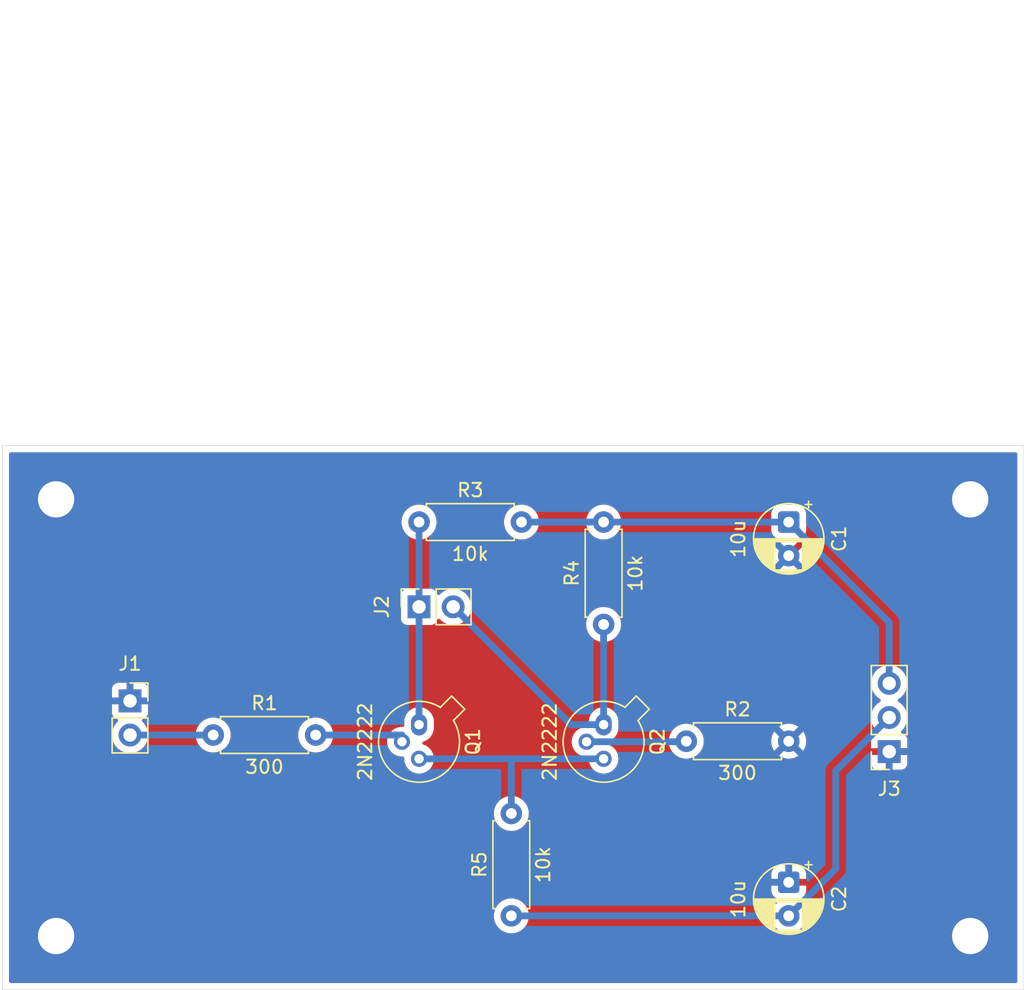
<source format=kicad_pcb>
(kicad_pcb (version 20241229) (generator "pcbnew") (generator_version "9.0")
  (layers (0 "F.Cu" signal) (2 "B.Cu" signal) (13 "F.Paste" user) (15 "B.Paste" user) (5 "F.SilkS" user "F.Silkscreen") (7 "B.SilkS" user "B.Silkscreen") (1 "F.Mask" user) (3 "B.Mask" user) (25 "Edge.Cuts" user))
  (net 0 "")
  (net 1 "0")
  (net 2 "/V+")
  (net 3 "/V-")
  (net 4 "Net-(J1-Pin_2)")
  (net 5 "Net-(J2-Pin_1)")
  (net 6 "Net-(J2-Pin_2)")
  (net 7 "Net-(Q1-E)")
  (net 8 "Net-(Q1-B)")
  (net 9 "Net-(Q2-B)")
  (footprint "Connector_PinSocket_2.54mm:PinSocket_1x02_P2.54mm_Vertical" (layer "F.Cu") (at 83 116.5 90)
    (property "Reference" "J2" (at 0 -2.77 90) (layer "F.SilkS"))
    (property "Value" "Conn_01x02")
    (fp_line (start 1.33 -1.33) (end 1.33 0) (stroke (width 0.12)) (layer "F.SilkS"))
    (fp_line (start 0 -1.33) (end 1.33 -1.33) (stroke (width 0.12)) (layer "F.SilkS"))
    (fp_line (start 1.33 1.27) (end 1.33 3.87) (stroke (width 0.12)) (layer "F.SilkS"))
    (fp_line (start -1.33 1.27) (end 1.33 1.27) (stroke (width 0.12)) (layer "F.SilkS"))
    (fp_line (start -1.33 1.27) (end -1.33 3.87) (stroke (width 0.12)) (layer "F.SilkS"))
    (fp_line (start -1.33 3.87) (end 1.33 3.87) (stroke (width 0.12)) (layer "F.SilkS"))
    (pad "1" thru_hole rect (at 0 0 90) (size 1.7 1.7) (drill 1) (layers "*.Cu" "*.Mask") (net 5 "Net-(J2-Pin_1)"))
    (pad "2" thru_hole circle (at 0 2.54 90) (size 1.7 1.7) (drill 1) (layers "*.Cu" "*.Mask") (net 6 "Net-(J2-Pin_2)"))
  )
  (footprint "Capacitor_THT:CP_Radial_D5.0mm_P2.50mm" (layer "F.Cu") (at 110.5 137 -90)
    (property "Reference" "C2" (at 1.25 -3.75 90) (layer "F.SilkS"))
    (property "Value" "10u" (at 1.25 3.75 90) (layer "F.SilkS"))
    (fp_line (start 1.49 1.04) (end 1.49 2.569) (stroke (width 0.12)) (layer "F.SilkS"))
    (fp_line (start 1.53 1.04) (end 1.53 2.565) (stroke (width 0.12)) (layer "F.SilkS"))
    (fp_line (start 1.57 1.04) (end 1.57 2.56) (stroke (width 0.12)) (layer "F.SilkS"))
    (fp_line (start 1.61 1.04) (end 1.61 2.555) (stroke (width 0.12)) (layer "F.SilkS"))
    (fp_line (start 1.65 1.04) (end 1.65 2.549) (stroke (width 0.12)) (layer "F.SilkS"))
    (fp_line (start 1.69 1.04) (end 1.69 2.543) (stroke (width 0.12)) (layer "F.SilkS"))
    (fp_line (start 1.73 1.04) (end 1.73 2.536) (stroke (width 0.12)) (layer "F.SilkS"))
    (fp_line (start 1.77 1.04) (end 1.77 2.528) (stroke (width 0.12)) (layer "F.SilkS"))
    (fp_line (start 1.81 1.04) (end 1.81 2.519) (stroke (width 0.12)) (layer "F.SilkS"))
    (fp_line (start 1.85 1.04) (end 1.85 2.51) (stroke (width 0.12)) (layer "F.SilkS"))
    (fp_line (start 1.89 1.04) (end 1.89 2.501) (stroke (width 0.12)) (layer "F.SilkS"))
    (fp_line (start 1.93 1.04) (end 1.93 2.49) (stroke (width 0.12)) (layer "F.SilkS"))
    (fp_line (start 1.97 1.04) (end 1.97 2.479) (stroke (width 0.12)) (layer "F.SilkS"))
    (fp_line (start 2.01 1.04) (end 2.01 2.467) (stroke (width 0.12)) (layer "F.SilkS"))
    (fp_line (start 2.05 1.04) (end 2.05 2.455) (stroke (width 0.12)) (layer "F.SilkS"))
    (fp_line (start 2.09 1.04) (end 2.09 2.442) (stroke (width 0.12)) (layer "F.SilkS"))
    (fp_line (start 2.13 1.04) (end 2.13 2.428) (stroke (width 0.12)) (layer "F.SilkS"))
    (fp_line (start 2.17 1.04) (end 2.17 2.413) (stroke (width 0.12)) (layer "F.SilkS"))
    (fp_line (start 2.21 1.04) (end 2.21 2.398) (stroke (width 0.12)) (layer "F.SilkS"))
    (fp_line (start 2.25 1.04) (end 2.25 2.382) (stroke (width 0.12)) (layer "F.SilkS"))
    (fp_line (start 2.29 1.04) (end 2.29 2.365) (stroke (width 0.12)) (layer "F.SilkS"))
    (fp_line (start 2.33 1.04) (end 2.33 2.347) (stroke (width 0.12)) (layer "F.SilkS"))
    (fp_line (start 2.37 1.04) (end 2.37 2.329) (stroke (width 0.12)) (layer "F.SilkS"))
    (fp_line (start 2.41 1.04) (end 2.41 2.309) (stroke (width 0.12)) (layer "F.SilkS"))
    (fp_line (start 2.45 1.04) (end 2.45 2.289) (stroke (width 0.12)) (layer "F.SilkS"))
    (fp_line (start 2.49 1.04) (end 2.49 2.268) (stroke (width 0.12)) (layer "F.SilkS"))
    (fp_line (start 2.53 1.04) (end 2.53 2.246) (stroke (width 0.12)) (layer "F.SilkS"))
    (fp_line (start 2.57 1.04) (end 2.57 2.223) (stroke (width 0.12)) (layer "F.SilkS"))
    (fp_line (start 2.61 1.04) (end 2.61 2.199) (stroke (width 0.12)) (layer "F.SilkS"))
    (fp_line (start 2.65 1.04) (end 2.65 2.175) (stroke (width 0.12)) (layer "F.SilkS"))
    (fp_line (start 2.69 1.04) (end 2.69 2.149) (stroke (width 0.12)) (layer "F.SilkS"))
    (fp_line (start 2.73 1.04) (end 2.73 2.122) (stroke (width 0.12)) (layer "F.SilkS"))
    (fp_line (start 2.77 1.04) (end 2.77 2.094) (stroke (width 0.12)) (layer "F.SilkS"))
    (fp_line (start 2.81 1.04) (end 2.81 2.065) (stroke (width 0.12)) (layer "F.SilkS"))
    (fp_line (start 2.85 1.04) (end 2.85 2.035) (stroke (width 0.12)) (layer "F.SilkS"))
    (fp_line (start 2.89 1.04) (end 2.89 2.003) (stroke (width 0.12)) (layer "F.SilkS"))
    (fp_line (start 2.93 1.04) (end 2.93 1.97) (stroke (width 0.12)) (layer "F.SilkS"))
    (fp_line (start 2.97 1.04) (end 2.97 1.936) (stroke (width 0.12)) (layer "F.SilkS"))
    (fp_line (start 3.01 1.04) (end 3.01 1.901) (stroke (width 0.12)) (layer "F.SilkS"))
    (fp_line (start 3.05 1.04) (end 3.05 1.864) (stroke (width 0.12)) (layer "F.SilkS"))
    (fp_line (start 3.09 1.04) (end 3.09 1.825) (stroke (width 0.12)) (layer "F.SilkS"))
    (fp_line (start 3.13 1.04) (end 3.13 1.785) (stroke (width 0.12)) (layer "F.SilkS"))
    (fp_line (start 3.17 1.04) (end 3.17 1.743) (stroke (width 0.12)) (layer "F.SilkS"))
    (fp_line (start 3.21 1.04) (end 3.21 1.699) (stroke (width 0.12)) (layer "F.SilkS"))
    (fp_line (start 3.25 1.04) (end 3.25 1.652) (stroke (width 0.12)) (layer "F.SilkS"))
    (fp_line (start 3.29 1.04) (end 3.29 1.604) (stroke (width 0.12)) (layer "F.SilkS"))
    (fp_line (start 3.33 1.04) (end 3.33 1.553) (stroke (width 0.12)) (layer "F.SilkS"))
    (fp_line (start 3.37 1.04) (end 3.37 1.499) (stroke (width 0.12)) (layer "F.SilkS"))
    (fp_line (start 3.41 1.04) (end 3.41 1.443) (stroke (width 0.12)) (layer "F.SilkS"))
    (fp_line (start 3.45 1.04) (end 3.45 1.383) (stroke (width 0.12)) (layer "F.SilkS"))
    (fp_line (start 3.49 1.04) (end 3.49 1.319) (stroke (width 0.12)) (layer "F.SilkS"))
    (fp_line (start 3.53 1.04) (end 3.53 1.251) (stroke (width 0.12)) (layer "F.SilkS"))
    (fp_line (start 3.85 -0.283) (end 3.85 0.283) (stroke (width 0.12)) (layer "F.SilkS"))
    (fp_line (start 3.81 -0.517) (end 3.81 0.517) (stroke (width 0.12)) (layer "F.SilkS"))
    (fp_line (start 3.77 -0.677) (end 3.77 0.677) (stroke (width 0.12)) (layer "F.SilkS"))
    (fp_line (start 3.73 -0.805) (end 3.73 0.805) (stroke (width 0.12)) (layer "F.SilkS"))
    (fp_line (start 3.69 -0.914) (end 3.69 0.914) (stroke (width 0.12)) (layer "F.SilkS"))
    (fp_line (start 3.65 -1.011) (end 3.65 1.011) (stroke (width 0.12)) (layer "F.SilkS"))
    (fp_line (start 3.61 -1.098) (end 3.61 1.098) (stroke (width 0.12)) (layer "F.SilkS"))
    (fp_line (start 3.57 -1.177) (end 3.57 1.177) (stroke (width 0.12)) (layer "F.SilkS"))
    (fp_line (start 3.53 -1.251) (end 3.53 -1.04) (stroke (width 0.12)) (layer "F.SilkS"))
    (fp_line (start 3.49 -1.319) (end 3.49 -1.04) (stroke (width 0.12)) (layer "F.SilkS"))
    (fp_line (start 3.45 -1.383) (end 3.45 -1.04) (stroke (width 0.12)) (layer "F.SilkS"))
    (fp_line (start 3.41 -1.443) (end 3.41 -1.04) (stroke (width 0.12)) (layer "F.SilkS"))
    (fp_line (start -1.554775 -1.475) (end -1.054775 -1.475) (stroke (width 0.12)) (layer "F.SilkS"))
    (fp_line (start 3.37 -1.499) (end 3.37 -1.04) (stroke (width 0.12)) (layer "F.SilkS"))
    (fp_line (start 3.33 -1.553) (end 3.33 -1.04) (stroke (width 0.12)) (layer "F.SilkS"))
    (fp_line (start 3.29 -1.604) (end 3.29 -1.04) (stroke (width 0.12)) (layer "F.SilkS"))
    (fp_line (start 3.25 -1.652) (end 3.25 -1.04) (stroke (width 0.12)) (layer "F.SilkS"))
    (fp_line (start 3.21 -1.699) (end 3.21 -1.04) (stroke (width 0.12)) (layer "F.SilkS"))
    (fp_line (start -1.304775 -1.725) (end -1.304775 -1.225) (stroke (width 0.12)) (layer "F.SilkS"))
    (fp_line (start 3.17 -1.743) (end 3.17 -1.04) (stroke (width 0.12)) (layer "F.SilkS"))
    (fp_line (start 3.13 -1.785) (end 3.13 -1.04) (stroke (width 0.12)) (layer "F.SilkS"))
    (fp_line (start 3.09 -1.825) (end 3.09 -1.04) (stroke (width 0.12)) (layer "F.SilkS"))
    (fp_line (start 3.05 -1.864) (end 3.05 -1.04) (stroke (width 0.12)) (layer "F.SilkS"))
    (fp_line (start 3.01 -1.901) (end 3.01 -1.04) (stroke (width 0.12)) (layer "F.SilkS"))
    (fp_line (start 2.97 -1.936) (end 2.97 -1.04) (stroke (width 0.12)) (layer "F.SilkS"))
    (fp_line (start 2.93 -1.97) (end 2.93 -1.04) (stroke (width 0.12)) (layer "F.SilkS"))
    (fp_line (start 2.89 -2.003) (end 2.89 -1.04) (stroke (width 0.12)) (layer "F.SilkS"))
    (fp_line (start 2.85 -2.035) (end 2.85 -1.04) (stroke (width 0.12)) (layer "F.SilkS"))
    (fp_line (start 2.81 -2.065) (end 2.81 -1.04) (stroke (width 0.12)) (layer "F.SilkS"))
    (fp_line (start 2.77 -2.094) (end 2.77 -1.04) (stroke (width 0.12)) (layer "F.SilkS"))
    (fp_line (start 2.73 -2.122) (end 2.73 -1.04) (stroke (width 0.12)) (layer "F.SilkS"))
    (fp_line (start 2.69 -2.149) (end 2.69 -1.04) (stroke (width 0.12)) (layer "F.SilkS"))
    (fp_line (start 2.65 -2.175) (end 2.65 -1.04) (stroke (width 0.12)) (layer "F.SilkS"))
    (fp_line (start 2.61 -2.199) (end 2.61 -1.04) (stroke (width 0.12)) (layer "F.SilkS"))
    (fp_line (start 2.57 -2.223) (end 2.57 -1.04) (stroke (width 0.12)) (layer "F.SilkS"))
    (fp_line (start 2.53 -2.246) (end 2.53 -1.04) (stroke (width 0.12)) (layer "F.SilkS"))
    (fp_line (start 2.49 -2.268) (end 2.49 -1.04) (stroke (width 0.12)) (layer "F.SilkS"))
    (fp_line (start 2.45 -2.289) (end 2.45 -1.04) (stroke (width 0.12)) (layer "F.SilkS"))
    (fp_line (start 2.41 -2.309) (end 2.41 -1.04) (stroke (width 0.12)) (layer "F.SilkS"))
    (fp_line (start 2.37 -2.329) (end 2.37 -1.04) (stroke (width 0.12)) (layer "F.SilkS"))
    (fp_line (start 2.33 -2.347) (end 2.33 -1.04) (stroke (width 0.12)) (layer "F.SilkS"))
    (fp_line (start 2.29 -2.365) (end 2.29 -1.04) (stroke (width 0.12)) (layer "F.SilkS"))
    (fp_line (start 2.25 -2.382) (end 2.25 -1.04) (stroke (width 0.12)) (layer "F.SilkS"))
    (fp_line (start 2.21 -2.398) (end 2.21 -1.04) (stroke (width 0.12)) (layer "F.SilkS"))
    (fp_line (start 2.17 -2.413) (end 2.17 -1.04) (stroke (width 0.12)) (layer "F.SilkS"))
    (fp_line (start 2.13 -2.428) (end 2.13 -1.04) (stroke (width 0.12)) (layer "F.SilkS"))
    (fp_line (start 2.09 -2.442) (end 2.09 -1.04) (stroke (width 0.12)) (layer "F.SilkS"))
    (fp_line (start 2.05 -2.455) (end 2.05 -1.04) (stroke (width 0.12)) (layer "F.SilkS"))
    (fp_line (start 2.01 -2.467) (end 2.01 -1.04) (stroke (width 0.12)) (layer "F.SilkS"))
    (fp_line (start 1.97 -2.479) (end 1.97 -1.04) (stroke (width 0.12)) (layer "F.SilkS"))
    (fp_line (start 1.93 -2.49) (end 1.93 -1.04) (stroke (width 0.12)) (layer "F.SilkS"))
    (fp_line (start 1.89 -2.501) (end 1.89 -1.04) (stroke (width 0.12)) (layer "F.SilkS"))
    (fp_line (start 1.85 -2.51) (end 1.85 -1.04) (stroke (width 0.12)) (layer "F.SilkS"))
    (fp_line (start 1.81 -2.519) (end 1.81 -1.04) (stroke (width 0.12)) (layer "F.SilkS"))
    (fp_line (start 1.77 -2.528) (end 1.77 -1.04) (stroke (width 0.12)) (layer "F.SilkS"))
    (fp_line (start 1.73 -2.536) (end 1.73 -1.04) (stroke (width 0.12)) (layer "F.SilkS"))
    (fp_line (start 1.69 -2.543) (end 1.69 -1.04) (stroke (width 0.12)) (layer "F.SilkS"))
    (fp_line (start 1.65 -2.549) (end 1.65 -1.04) (stroke (width 0.12)) (layer "F.SilkS"))
    (fp_line (start 1.61 -2.555) (end 1.61 -1.04) (stroke (width 0.12)) (layer "F.SilkS"))
    (fp_line (start 1.57 -2.56) (end 1.57 -1.04) (stroke (width 0.12)) (layer "F.SilkS"))
    (fp_line (start 1.53 -2.565) (end 1.53 -1.04) (stroke (width 0.12)) (layer "F.SilkS"))
    (fp_line (start 1.49 -2.569) (end 1.49 -1.04) (stroke (width 0.12)) (layer "F.SilkS"))
    (fp_line (start 1.45 -2.572) (end 1.45 2.572) (stroke (width 0.12)) (layer "F.SilkS"))
    (fp_line (start 1.41 -2.575) (end 1.41 2.575) (stroke (width 0.12)) (layer "F.SilkS"))
    (fp_line (start 1.37 -2.577) (end 1.37 2.577) (stroke (width 0.12)) (layer "F.SilkS"))
    (fp_line (start 1.33 -2.579) (end 1.33 2.579) (stroke (width 0.12)) (layer "F.SilkS"))
    (fp_line (start 1.25 -2.58) (end 1.25 2.58) (stroke (width 0.12)) (layer "F.SilkS"))
    (fp_line (start 1.29 -2.58) (end 1.29 2.58) (stroke (width 0.12)) (layer "F.SilkS"))
    (fp_circle (center 1.25 0) (end 3.87 0) (stroke (width 0.12)) (fill no) (layer "F.SilkS"))
    (pad "1" thru_hole roundrect (at 0 0 270) (size 1.6 1.6) (drill 0.8) (layers "*.Cu" "*.Mask") (roundrect_rratio 0.15625) (net 1 "0"))
    (pad "2" thru_hole circle (at 2.5 0 270) (size 1.6 1.6) (drill 0.8) (layers "*.Cu" "*.Mask") (net 3 "/V-"))
  )
  (footprint "Package_TO_SOT_THT:TO-18-3" (layer "F.Cu") (at 83 125.27 -90)
    (property "Reference" "Q1" (at 1.27 -4.01 90) (layer "F.SilkS"))
    (property "Value" "2N2222" (at 1.27 4.01 90) (layer "F.SilkS"))
    (fp_line (start -2.130108 -2.424301) (end -1.289618 -1.583811) (stroke (width 0.12)) (layer "F.SilkS"))
    (fp_line (start -0.313811 -2.559618) (end -1.154301 -3.400108) (stroke (width 0.12)) (layer "F.SilkS"))
    (fp_line (start -1.154301 -3.400108) (end -2.130108 -2.424301) (stroke (width 0.12)) (layer "F.SilkS"))
    (fp_arc (start -0.313811 -2.559618) (mid 3.398391 2.128391) (end -1.289618 -1.583811) (stroke (width 0.12)) (layer "F.SilkS"))
    (fp_text user "${REFERENCE}" (at 1.27 -4.01 90) (layer "F.SilkS"))
    (pad "1" thru_hole oval (at 0 0 270) (size 1.6 1.2) (drill 0.7) (layers "*.Cu" "*.Mask") (net 5 "Net-(J2-Pin_1)"))
    (pad "2" thru_hole circle (at 1.27 1.27 270) (size 1.2 1.2) (drill 0.7) (layers "*.Cu" "*.Mask") (net 8 "Net-(Q1-B)"))
    (pad "3" thru_hole circle (at 2.54 0 270) (size 1.2 1.2) (drill 0.7) (layers "*.Cu" "*.Mask") (net 7 "Net-(Q1-E)"))
  )
  (footprint "Resistor_THT:R_Axial_DIN0207_L6.3mm_D2.5mm_P7.62mm_Horizontal" (layer "F.Cu") (at 89.865 139.5 90)
    (property "Reference" "R5" (at 3.81 -2.37 90) (layer "F.SilkS"))
    (property "Value" "10k" (at 3.81 2.37 90) (layer "F.SilkS"))
    (fp_line (start 7.08 -1.37) (end 7.08 -1.04) (stroke (width 0.12)) (layer "F.SilkS"))
    (fp_line (start 0.54 -1.37) (end 7.08 -1.37) (stroke (width 0.12)) (layer "F.SilkS"))
    (fp_line (start 0.54 -1.04) (end 0.54 -1.37) (stroke (width 0.12)) (layer "F.SilkS"))
    (fp_line (start 0.54 1.04) (end 0.54 1.37) (stroke (width 0.12)) (layer "F.SilkS"))
    (fp_line (start 7.08 1.37) (end 7.08 1.04) (stroke (width 0.12)) (layer "F.SilkS"))
    (fp_line (start 0.54 1.37) (end 7.08 1.37) (stroke (width 0.12)) (layer "F.SilkS"))
    (pad "1" thru_hole circle (at 0 0 90) (size 1.6 1.6) (drill 0.8) (layers "*.Cu" "*.Mask") (net 3 "/V-"))
    (pad "2" thru_hole circle (at 7.62 0 90) (size 1.6 1.6) (drill 0.8) (layers "*.Cu" "*.Mask") (net 7 "Net-(Q1-E)"))
  )
  (footprint "Resistor_THT:R_Axial_DIN0207_L6.3mm_D2.5mm_P7.62mm_Horizontal" (layer "F.Cu") (at 67.69 126.04)
    (property "Reference" "R1" (at 3.81 -2.37 0) (layer "F.SilkS"))
    (property "Value" "300" (at 3.81 2.37 0) (layer "F.SilkS"))
    (fp_line (start 0.54 -1.37) (end 7.08 -1.37) (stroke (width 0.12)) (layer "F.SilkS"))
    (fp_line (start 0.54 -1.04) (end 0.54 -1.37) (stroke (width 0.12)) (layer "F.SilkS"))
    (fp_line (start 0.54 1.04) (end 0.54 1.37) (stroke (width 0.12)) (layer "F.SilkS"))
    (fp_line (start 0.54 1.37) (end 7.08 1.37) (stroke (width 0.12)) (layer "F.SilkS"))
    (fp_line (start 7.08 -1.37) (end 7.08 -1.04) (stroke (width 0.12)) (layer "F.SilkS"))
    (fp_line (start 7.08 1.37) (end 7.08 1.04) (stroke (width 0.12)) (layer "F.SilkS"))
    (pad "1" thru_hole circle (at 0 0) (size 1.6 1.6) (drill 0.8) (layers "*.Cu" "*.Mask") (net 4 "Net-(J1-Pin_2)"))
    (pad "2" thru_hole circle (at 7.62 0) (size 1.6 1.6) (drill 0.8) (layers "*.Cu" "*.Mask") (net 8 "Net-(Q1-B)"))
  )
  (footprint "Capacitor_THT:CP_Radial_D5.0mm_P2.50mm" (layer "F.Cu") (at 110.5 110.19 -90)
    (property "Reference" "C1" (at 1.25 -3.75 90) (layer "F.SilkS"))
    (property "Value" "10u" (at 1.25 3.75 90) (layer "F.SilkS"))
    (fp_line (start 1.49 1.04) (end 1.49 2.569) (stroke (width 0.12)) (layer "F.SilkS"))
    (fp_line (start 1.53 1.04) (end 1.53 2.565) (stroke (width 0.12)) (layer "F.SilkS"))
    (fp_line (start 1.57 1.04) (end 1.57 2.56) (stroke (width 0.12)) (layer "F.SilkS"))
    (fp_line (start 1.61 1.04) (end 1.61 2.555) (stroke (width 0.12)) (layer "F.SilkS"))
    (fp_line (start 1.65 1.04) (end 1.65 2.549) (stroke (width 0.12)) (layer "F.SilkS"))
    (fp_line (start 1.69 1.04) (end 1.69 2.543) (stroke (width 0.12)) (layer "F.SilkS"))
    (fp_line (start 1.73 1.04) (end 1.73 2.536) (stroke (width 0.12)) (layer "F.SilkS"))
    (fp_line (start 1.77 1.04) (end 1.77 2.528) (stroke (width 0.12)) (layer "F.SilkS"))
    (fp_line (start 1.81 1.04) (end 1.81 2.519) (stroke (width 0.12)) (layer "F.SilkS"))
    (fp_line (start 1.85 1.04) (end 1.85 2.51) (stroke (width 0.12)) (layer "F.SilkS"))
    (fp_line (start 1.89 1.04) (end 1.89 2.501) (stroke (width 0.12)) (layer "F.SilkS"))
    (fp_line (start 1.93 1.04) (end 1.93 2.49) (stroke (width 0.12)) (layer "F.SilkS"))
    (fp_line (start 1.97 1.04) (end 1.97 2.479) (stroke (width 0.12)) (layer "F.SilkS"))
    (fp_line (start 2.01 1.04) (end 2.01 2.467) (stroke (width 0.12)) (layer "F.SilkS"))
    (fp_line (start 2.05 1.04) (end 2.05 2.455) (stroke (width 0.12)) (layer "F.SilkS"))
    (fp_line (start 2.09 1.04) (end 2.09 2.442) (stroke (width 0.12)) (layer "F.SilkS"))
    (fp_line (start 2.13 1.04) (end 2.13 2.428) (stroke (width 0.12)) (layer "F.SilkS"))
    (fp_line (start 2.17 1.04) (end 2.17 2.413) (stroke (width 0.12)) (layer "F.SilkS"))
    (fp_line (start 2.21 1.04) (end 2.21 2.398) (stroke (width 0.12)) (layer "F.SilkS"))
    (fp_line (start 2.25 1.04) (end 2.25 2.382) (stroke (width 0.12)) (layer "F.SilkS"))
    (fp_line (start 2.29 1.04) (end 2.29 2.365) (stroke (width 0.12)) (layer "F.SilkS"))
    (fp_line (start 2.33 1.04) (end 2.33 2.347) (stroke (width 0.12)) (layer "F.SilkS"))
    (fp_line (start 2.37 1.04) (end 2.37 2.329) (stroke (width 0.12)) (layer "F.SilkS"))
    (fp_line (start 2.41 1.04) (end 2.41 2.309) (stroke (width 0.12)) (layer "F.SilkS"))
    (fp_line (start 2.45 1.04) (end 2.45 2.289) (stroke (width 0.12)) (layer "F.SilkS"))
    (fp_line (start 2.49 1.04) (end 2.49 2.268) (stroke (width 0.12)) (layer "F.SilkS"))
    (fp_line (start 2.53 1.04) (end 2.53 2.246) (stroke (width 0.12)) (layer "F.SilkS"))
    (fp_line (start 2.57 1.04) (end 2.57 2.223) (stroke (width 0.12)) (layer "F.SilkS"))
    (fp_line (start 2.61 1.04) (end 2.61 2.199) (stroke (width 0.12)) (layer "F.SilkS"))
    (fp_line (start 2.65 1.04) (end 2.65 2.175) (stroke (width 0.12)) (layer "F.SilkS"))
    (fp_line (start 2.69 1.04) (end 2.69 2.149) (stroke (width 0.12)) (layer "F.SilkS"))
    (fp_line (start 2.73 1.04) (end 2.73 2.122) (stroke (width 0.12)) (layer "F.SilkS"))
    (fp_line (start 2.77 1.04) (end 2.77 2.094) (stroke (width 0.12)) (layer "F.SilkS"))
    (fp_line (start 2.81 1.04) (end 2.81 2.065) (stroke (width 0.12)) (layer "F.SilkS"))
    (fp_line (start 2.85 1.04) (end 2.85 2.035) (stroke (width 0.12)) (layer "F.SilkS"))
    (fp_line (start 2.89 1.04) (end 2.89 2.003) (stroke (width 0.12)) (layer "F.SilkS"))
    (fp_line (start 2.93 1.04) (end 2.93 1.97) (stroke (width 0.12)) (layer "F.SilkS"))
    (fp_line (start 2.97 1.04) (end 2.97 1.936) (stroke (width 0.12)) (layer "F.SilkS"))
    (fp_line (start 3.01 1.04) (end 3.01 1.901) (stroke (width 0.12)) (layer "F.SilkS"))
    (fp_line (start 3.05 1.04) (end 3.05 1.864) (stroke (width 0.12)) (layer "F.SilkS"))
    (fp_line (start 3.09 1.04) (end 3.09 1.825) (stroke (width 0.12)) (layer "F.SilkS"))
    (fp_line (start 3.13 1.04) (end 3.13 1.785) (stroke (width 0.12)) (layer "F.SilkS"))
    (fp_line (start 3.17 1.04) (end 3.17 1.743) (stroke (width 0.12)) (layer "F.SilkS"))
    (fp_line (start 3.21 1.04) (end 3.21 1.699) (stroke (width 0.12)) (layer "F.SilkS"))
    (fp_line (start 3.25 1.04) (end 3.25 1.652) (stroke (width 0.12)) (layer "F.SilkS"))
    (fp_line (start 3.29 1.04) (end 3.29 1.604) (stroke (width 0.12)) (layer "F.SilkS"))
    (fp_line (start 3.33 1.04) (end 3.33 1.553) (stroke (width 0.12)) (layer "F.SilkS"))
    (fp_line (start 3.37 1.04) (end 3.37 1.499) (stroke (width 0.12)) (layer "F.SilkS"))
    (fp_line (start 3.41 1.04) (end 3.41 1.443) (stroke (width 0.12)) (layer "F.SilkS"))
    (fp_line (start 3.45 1.04) (end 3.45 1.383) (stroke (width 0.12)) (layer "F.SilkS"))
    (fp_line (start 3.49 1.04) (end 3.49 1.319) (stroke (width 0.12)) (layer "F.SilkS"))
    (fp_line (start 3.53 1.04) (end 3.53 1.251) (stroke (width 0.12)) (layer "F.SilkS"))
    (fp_line (start 3.85 -0.283) (end 3.85 0.283) (stroke (width 0.12)) (layer "F.SilkS"))
    (fp_line (start 3.81 -0.517) (end 3.81 0.517) (stroke (width 0.12)) (layer "F.SilkS"))
    (fp_line (start 3.77 -0.677) (end 3.77 0.677) (stroke (width 0.12)) (layer "F.SilkS"))
    (fp_line (start 3.73 -0.805) (end 3.73 0.805) (stroke (width 0.12)) (layer "F.SilkS"))
    (fp_line (start 3.69 -0.914) (end 3.69 0.914) (stroke (width 0.12)) (layer "F.SilkS"))
    (fp_line (start 3.65 -1.011) (end 3.65 1.011) (stroke (width 0.12)) (layer "F.SilkS"))
    (fp_line (start 3.61 -1.098) (end 3.61 1.098) (stroke (width 0.12)) (layer "F.SilkS"))
    (fp_line (start 3.57 -1.177) (end 3.57 1.177) (stroke (width 0.12)) (layer "F.SilkS"))
    (fp_line (start 3.53 -1.251) (end 3.53 -1.04) (stroke (width 0.12)) (layer "F.SilkS"))
    (fp_line (start 3.49 -1.319) (end 3.49 -1.04) (stroke (width 0.12)) (layer "F.SilkS"))
    (fp_line (start 3.45 -1.383) (end 3.45 -1.04) (stroke (width 0.12)) (layer "F.SilkS"))
    (fp_line (start 3.41 -1.443) (end 3.41 -1.04) (stroke (width 0.12)) (layer "F.SilkS"))
    (fp_line (start -1.554775 -1.475) (end -1.054775 -1.475) (stroke (width 0.12)) (layer "F.SilkS"))
    (fp_line (start 3.37 -1.499) (end 3.37 -1.04) (stroke (width 0.12)) (layer "F.SilkS"))
    (fp_line (start 3.33 -1.553) (end 3.33 -1.04) (stroke (width 0.12)) (layer "F.SilkS"))
    (fp_line (start 3.29 -1.604) (end 3.29 -1.04) (stroke (width 0.12)) (layer "F.SilkS"))
    (fp_line (start 3.25 -1.652) (end 3.25 -1.04) (stroke (width 0.12)) (layer "F.SilkS"))
    (fp_line (start 3.21 -1.699) (end 3.21 -1.04) (stroke (width 0.12)) (layer "F.SilkS"))
    (fp_line (start -1.304775 -1.725) (end -1.304775 -1.225) (stroke (width 0.12)) (layer "F.SilkS"))
    (fp_line (start 3.17 -1.743) (end 3.17 -1.04) (stroke (width 0.12)) (layer "F.SilkS"))
    (fp_line (start 3.13 -1.785) (end 3.13 -1.04) (stroke (width 0.12)) (layer "F.SilkS"))
    (fp_line (start 3.09 -1.825) (end 3.09 -1.04) (stroke (width 0.12)) (layer "F.SilkS"))
    (fp_line (start 3.05 -1.864) (end 3.05 -1.04) (stroke (width 0.12)) (layer "F.SilkS"))
    (fp_line (start 3.01 -1.901) (end 3.01 -1.04) (stroke (width 0.12)) (layer "F.SilkS"))
    (fp_line (start 2.97 -1.936) (end 2.97 -1.04) (stroke (width 0.12)) (layer "F.SilkS"))
    (fp_line (start 2.93 -1.97) (end 2.93 -1.04) (stroke (width 0.12)) (layer "F.SilkS"))
    (fp_line (start 2.89 -2.003) (end 2.89 -1.04) (stroke (width 0.12)) (layer "F.SilkS"))
    (fp_line (start 2.85 -2.035) (end 2.85 -1.04) (stroke (width 0.12)) (layer "F.SilkS"))
    (fp_line (start 2.81 -2.065) (end 2.81 -1.04) (stroke (width 0.12)) (layer "F.SilkS"))
    (fp_line (start 2.77 -2.094) (end 2.77 -1.04) (stroke (width 0.12)) (layer "F.SilkS"))
    (fp_line (start 2.73 -2.122) (end 2.73 -1.04) (stroke (width 0.12)) (layer "F.SilkS"))
    (fp_line (start 2.69 -2.149) (end 2.69 -1.04) (stroke (width 0.12)) (layer "F.SilkS"))
    (fp_line (start 2.65 -2.175) (end 2.65 -1.04) (stroke (width 0.12)) (layer "F.SilkS"))
    (fp_line (start 2.61 -2.199) (end 2.61 -1.04) (stroke (width 0.12)) (layer "F.SilkS"))
    (fp_line (start 2.57 -2.223) (end 2.57 -1.04) (stroke (width 0.12)) (layer "F.SilkS"))
    (fp_line (start 2.53 -2.246) (end 2.53 -1.04) (stroke (width 0.12)) (layer "F.SilkS"))
    (fp_line (start 2.49 -2.268) (end 2.49 -1.04) (stroke (width 0.12)) (layer "F.SilkS"))
    (fp_line (start 2.45 -2.289) (end 2.45 -1.04) (stroke (width 0.12)) (layer "F.SilkS"))
    (fp_line (start 2.41 -2.309) (end 2.41 -1.04) (stroke (width 0.12)) (layer "F.SilkS"))
    (fp_line (start 2.37 -2.329) (end 2.37 -1.04) (stroke (width 0.12)) (layer "F.SilkS"))
    (fp_line (start 2.33 -2.347) (end 2.33 -1.04) (stroke (width 0.12)) (layer "F.SilkS"))
    (fp_line (start 2.29 -2.365) (end 2.29 -1.04) (stroke (width 0.12)) (layer "F.SilkS"))
    (fp_line (start 2.25 -2.382) (end 2.25 -1.04) (stroke (width 0.12)) (layer "F.SilkS"))
    (fp_line (start 2.21 -2.398) (end 2.21 -1.04) (stroke (width 0.12)) (layer "F.SilkS"))
    (fp_line (start 2.17 -2.413) (end 2.17 -1.04) (stroke (width 0.12)) (layer "F.SilkS"))
    (fp_line (start 2.13 -2.428) (end 2.13 -1.04) (stroke (width 0.12)) (layer "F.SilkS"))
    (fp_line (start 2.09 -2.442) (end 2.09 -1.04) (stroke (width 0.12)) (layer "F.SilkS"))
    (fp_line (start 2.05 -2.455) (end 2.05 -1.04) (stroke (width 0.12)) (layer "F.SilkS"))
    (fp_line (start 2.01 -2.467) (end 2.01 -1.04) (stroke (width 0.12)) (layer "F.SilkS"))
    (fp_line (start 1.97 -2.479) (end 1.97 -1.04) (stroke (width 0.12)) (layer "F.SilkS"))
    (fp_line (start 1.93 -2.49) (end 1.93 -1.04) (stroke (width 0.12)) (layer "F.SilkS"))
    (fp_line (start 1.89 -2.501) (end 1.89 -1.04) (stroke (width 0.12)) (layer "F.SilkS"))
    (fp_line (start 1.85 -2.51) (end 1.85 -1.04) (stroke (width 0.12)) (layer "F.SilkS"))
    (fp_line (start 1.81 -2.519) (end 1.81 -1.04) (stroke (width 0.12)) (layer "F.SilkS"))
    (fp_line (start 1.77 -2.528) (end 1.77 -1.04) (stroke (width 0.12)) (layer "F.SilkS"))
    (fp_line (start 1.73 -2.536) (end 1.73 -1.04) (stroke (width 0.12)) (layer "F.SilkS"))
    (fp_line (start 1.69 -2.543) (end 1.69 -1.04) (stroke (width 0.12)) (layer "F.SilkS"))
    (fp_line (start 1.65 -2.549) (end 1.65 -1.04) (stroke (width 0.12)) (layer "F.SilkS"))
    (fp_line (start 1.61 -2.555) (end 1.61 -1.04) (stroke (width 0.12)) (layer "F.SilkS"))
    (fp_line (start 1.57 -2.56) (end 1.57 -1.04) (stroke (width 0.12)) (layer "F.SilkS"))
    (fp_line (start 1.53 -2.565) (end 1.53 -1.04) (stroke (width 0.12)) (layer "F.SilkS"))
    (fp_line (start 1.49 -2.569) (end 1.49 -1.04) (stroke (width 0.12)) (layer "F.SilkS"))
    (fp_line (start 1.45 -2.572) (end 1.45 2.572) (stroke (width 0.12)) (layer "F.SilkS"))
    (fp_line (start 1.41 -2.575) (end 1.41 2.575) (stroke (width 0.12)) (layer "F.SilkS"))
    (fp_line (start 1.37 -2.577) (end 1.37 2.577) (stroke (width 0.12)) (layer "F.SilkS"))
    (fp_line (start 1.33 -2.579) (end 1.33 2.579) (stroke (width 0.12)) (layer "F.SilkS"))
    (fp_line (start 1.25 -2.58) (end 1.25 2.58) (stroke (width 0.12)) (layer "F.SilkS"))
    (fp_line (start 1.29 -2.58) (end 1.29 2.58) (stroke (width 0.12)) (layer "F.SilkS"))
    (fp_circle (center 1.25 0) (end 3.87 0) (stroke (width 0.12)) (fill no) (layer "F.SilkS"))
    (pad "1" thru_hole roundrect (at 0 0 270) (size 1.6 1.6) (drill 0.8) (layers "*.Cu" "*.Mask") (roundrect_rratio 0.15625) (net 2 "/V+"))
    (pad "2" thru_hole circle (at 2.5 0 270) (size 1.6 1.6) (drill 0.8) (layers "*.Cu" "*.Mask") (net 1 "0"))
  )
  (footprint "MountingHole:MountingHole_2.7mm_Pad" (layer "F.Cu") (at 124 141)
    (property "Reference" "REF3" (hide yes))
    (property "Value" "MountingHole_2.7mm_Pad" (hide yes))
    (pad "1" thru_hole roundrect (at 0 0) (size 5.4 5.4) (drill 2.7) (layers "*.Cu" "*.Mask") (net 1 "0"))
  )
  (footprint "MountingHole:MountingHole_2.7mm_Pad" (layer "F.Cu") (at 56 108.5)
    (property "Reference" "REF1" (hide yes))
    (property "Value" "MountingHole_2.7mm_Pad" (hide yes))
    (pad "1" thru_hole circle (at 0 0) (size 5.4 5.4) (drill 2.7) (layers "*.Cu" "*.Mask") (net 1 "0"))
  )
  (footprint "MountingHole:MountingHole_2.7mm_Pad" (layer "F.Cu") (at 124 108.5)
    (property "Reference" "REF2" (hide yes))
    (property "Value" "MountingHole_2.7mm_Pad" (hide yes))
    (pad "1" thru_hole circle (at 0 0) (size 5.4 5.4) (drill 2.7) (layers "*.Cu" "*.Mask") (net 1 "0"))
  )
  (footprint "Connector_PinSocket_2.54mm:PinSocket_1x02_P2.54mm_Vertical" (layer "F.Cu") (at 61.5 123.5)
    (property "Reference" "J1" (at 0 -2.77 0) (layer "F.SilkS"))
    (property "Value" "Conn_01x02")
    (fp_line (start -1.33 1.27) (end -1.33 3.87) (stroke (width 0.12)) (layer "F.SilkS"))
    (fp_line (start -1.33 1.27) (end 1.33 1.27) (stroke (width 0.12)) (layer "F.SilkS"))
    (fp_line (start -1.33 3.87) (end 1.33 3.87) (stroke (width 0.12)) (layer "F.SilkS"))
    (fp_line (start 0 -1.33) (end 1.33 -1.33) (stroke (width 0.12)) (layer "F.SilkS"))
    (fp_line (start 1.33 -1.33) (end 1.33 0) (stroke (width 0.12)) (layer "F.SilkS"))
    (fp_line (start 1.33 1.27) (end 1.33 3.87) (stroke (width 0.12)) (layer "F.SilkS"))
    (pad "1" thru_hole rect (at 0 0) (size 1.7 1.7) (drill 1) (layers "*.Cu" "*.Mask") (net 1 "0"))
    (pad "2" thru_hole circle (at 0 2.54) (size 1.7 1.7) (drill 1) (layers "*.Cu" "*.Mask") (net 4 "Net-(J1-Pin_2)"))
  )
  (footprint "Connector_PinSocket_2.54mm:PinSocket_1x03_P2.54mm_Vertical" (layer "F.Cu") (at 117.975 127.275 180)
    (property "Reference" "J3" (at 0 -2.77 0) (layer "F.SilkS"))
    (property "Value" "Conn_01x03")
    (fp_line (start 1.33 1.27) (end 1.33 6.41) (stroke (width 0.12)) (layer "F.SilkS"))
    (fp_line (start 1.33 -1.33) (end 1.33 0) (stroke (width 0.12)) (layer "F.SilkS"))
    (fp_line (start 0 -1.33) (end 1.33 -1.33) (stroke (width 0.12)) (layer "F.SilkS"))
    (fp_line (start -1.33 6.41) (end 1.33 6.41) (stroke (width 0.12)) (layer "F.SilkS"))
    (fp_line (start -1.33 1.27) (end 1.33 1.27) (stroke (width 0.12)) (layer "F.SilkS"))
    (fp_line (start -1.33 1.27) (end -1.33 6.41) (stroke (width 0.12)) (layer "F.SilkS"))
    (pad "1" thru_hole rect (at 0 0 180) (size 1.7 1.7) (drill 1) (layers "*.Cu" "*.Mask") (net 1 "0"))
    (pad "2" thru_hole circle (at 0 2.54 180) (size 1.7 1.7) (drill 1) (layers "*.Cu" "*.Mask") (net 3 "/V-"))
    (pad "3" thru_hole circle (at 0 5.08 180) (size 1.7 1.7) (drill 1) (layers "*.Cu" "*.Mask") (net 2 "/V+"))
  )
  (footprint "Resistor_THT:R_Axial_DIN0207_L6.3mm_D2.5mm_P7.62mm_Horizontal" (layer "F.Cu") (at 96.73 117.81 90)
    (property "Reference" "R4" (at 3.81 -2.37 90) (layer "F.SilkS"))
    (property "Value" "10k" (at 3.81 2.37 90) (layer "F.SilkS"))
    (fp_line (start 7.08 -1.37) (end 7.08 -1.04) (stroke (width 0.12)) (layer "F.SilkS"))
    (fp_line (start 0.54 -1.37) (end 7.08 -1.37) (stroke (width 0.12)) (layer "F.SilkS"))
    (fp_line (start 0.54 -1.04) (end 0.54 -1.37) (stroke (width 0.12)) (layer "F.SilkS"))
    (fp_line (start 0.54 1.04) (end 0.54 1.37) (stroke (width 0.12)) (layer "F.SilkS"))
    (fp_line (start 7.08 1.37) (end 7.08 1.04) (stroke (width 0.12)) (layer "F.SilkS"))
    (fp_line (start 0.54 1.37) (end 7.08 1.37) (stroke (width 0.12)) (layer "F.SilkS"))
    (pad "1" thru_hole circle (at 0 0 90) (size 1.6 1.6) (drill 0.8) (layers "*.Cu" "*.Mask") (net 6 "Net-(J2-Pin_2)"))
    (pad "2" thru_hole circle (at 7.62 0 90) (size 1.6 1.6) (drill 0.8) (layers "*.Cu" "*.Mask") (net 2 "/V+"))
  )
  (footprint "Resistor_THT:R_Axial_DIN0207_L6.3mm_D2.5mm_P7.62mm_Horizontal" (layer "F.Cu") (at 102.88 126.5)
    (property "Reference" "R2" (at 3.81 -2.37 0) (layer "F.SilkS"))
    (property "Value" "300" (at 3.81 2.37 0) (layer "F.SilkS"))
    (fp_line (start 0.54 -1.37) (end 7.08 -1.37) (stroke (width 0.12)) (layer "F.SilkS"))
    (fp_line (start 0.54 -1.04) (end 0.54 -1.37) (stroke (width 0.12)) (layer "F.SilkS"))
    (fp_line (start 0.54 1.04) (end 0.54 1.37) (stroke (width 0.12)) (layer "F.SilkS"))
    (fp_line (start 0.54 1.37) (end 7.08 1.37) (stroke (width 0.12)) (layer "F.SilkS"))
    (fp_line (start 7.08 -1.37) (end 7.08 -1.04) (stroke (width 0.12)) (layer "F.SilkS"))
    (fp_line (start 7.08 1.37) (end 7.08 1.04) (stroke (width 0.12)) (layer "F.SilkS"))
    (pad "1" thru_hole circle (at 0 0) (size 1.6 1.6) (drill 0.8) (layers "*.Cu" "*.Mask") (net 9 "Net-(Q2-B)"))
    (pad "2" thru_hole circle (at 7.62 0) (size 1.6 1.6) (drill 0.8) (layers "*.Cu" "*.Mask") (net 1 "0"))
  )
  (footprint "Package_TO_SOT_THT:TO-18-3" (layer "F.Cu") (at 96.73 125.27 -90)
    (property "Reference" "Q2" (at 1.27 -4.01 90) (layer "F.SilkS"))
    (property "Value" "2N2222" (at 1.27 4.01 90) (layer "F.SilkS"))
    (fp_line (start -2.130108 -2.424301) (end -1.289618 -1.583811) (stroke (width 0.12)) (layer "F.SilkS"))
    (fp_line (start -0.313811 -2.559618) (end -1.154301 -3.400108) (stroke (width 0.12)) (layer "F.SilkS"))
    (fp_line (start -1.154301 -3.400108) (end -2.130108 -2.424301) (stroke (width 0.12)) (layer "F.SilkS"))
    (fp_arc (start -0.313811 -2.559618) (mid 3.398391 2.128391) (end -1.289618 -1.583811) (stroke (width 0.12)) (layer "F.SilkS"))
    (fp_text user "${REFERENCE}" (at 1.27 -4.01 90) (layer "F.SilkS"))
    (pad "1" thru_hole oval (at 0 0 270) (size 1.6 1.2) (drill 0.7) (layers "*.Cu" "*.Mask") (net 6 "Net-(J2-Pin_2)"))
    (pad "2" thru_hole circle (at 1.27 1.27 270) (size 1.2 1.2) (drill 0.7) (layers "*.Cu" "*.Mask") (net 9 "Net-(Q2-B)"))
    (pad "3" thru_hole circle (at 2.54 0 270) (size 1.2 1.2) (drill 0.7) (layers "*.Cu" "*.Mask") (net 7 "Net-(Q1-E)"))
  )
  (footprint "Resistor_THT:R_Axial_DIN0207_L6.3mm_D2.5mm_P7.62mm_Horizontal" (layer "F.Cu") (at 83 110.19)
    (property "Reference" "R3" (at 3.81 -2.37 0) (layer "F.SilkS"))
    (property "Value" "10k" (at 3.81 2.37 0) (layer "F.SilkS"))
    (fp_line (start 0.54 -1.37) (end 7.08 -1.37) (stroke (width 0.12)) (layer "F.SilkS"))
    (fp_line (start 0.54 -1.04) (end 0.54 -1.37) (stroke (width 0.12)) (layer "F.SilkS"))
    (fp_line (start 0.54 1.04) (end 0.54 1.37) (stroke (width 0.12)) (layer "F.SilkS"))
    (fp_line (start 0.54 1.37) (end 7.08 1.37) (stroke (width 0.12)) (layer "F.SilkS"))
    (fp_line (start 7.08 -1.37) (end 7.08 -1.04) (stroke (width 0.12)) (layer "F.SilkS"))
    (fp_line (start 7.08 1.37) (end 7.08 1.04) (stroke (width 0.12)) (layer "F.SilkS"))
    (pad "1" thru_hole circle (at 0 0) (size 1.6 1.6) (drill 0.8) (layers "*.Cu" "*.Mask") (net 5 "Net-(J2-Pin_1)"))
    (pad "2" thru_hole circle (at 7.62 0) (size 1.6 1.6) (drill 0.8) (layers "*.Cu" "*.Mask") (net 2 "/V+"))
  )
  (footprint "MountingHole:MountingHole_2.7mm_Pad" (layer "F.Cu") (at 56 141)
    (property "Reference" "REF4" (hide yes))
    (property "Value" "MountingHole_2.7mm_Pad" (hide yes))
    (pad "1" thru_hole circle (at 0 0) (size 5.4 5.4) (drill 2.7) (layers "*.Cu" "*.Mask") (net 1 "0"))
  )
  (gr_rect (start 52 104.5) (end 128 145) (stroke (width 0.05)) (fill no) (layer "Edge.Cuts"))
  (segment (start 117.975 117.665) (end 117.975 122.195) (width 0.508) (layer "B.Cu") (net 2))
  (segment (start 90.62 110.19) (end 110.5 110.19) (width 0.508) (layer "B.Cu") (net 2))
  (segment (start 110.5 110.19) (end 117.975 117.665) (width 0.508) (layer "B.Cu") (net 2))
  (segment (start 114 128.71) (end 117.975 124.735) (width 0.508) (layer "B.Cu") (net 3))
  (segment (start 89.865 139.5) (end 110.5 139.5) (width 0.508) (layer "B.Cu") (net 3))
  (segment (start 114 136) (end 114 128.71) (width 0.508) (layer "B.Cu") (net 3))
  (segment (start 110.5 139.5) (end 114 136) (width 0.508) (layer "B.Cu") (net 3))
  (segment (start 61.5 126.04) (end 67.69 126.04) (width 0.508) (layer "B.Cu") (net 4))
  (segment (start 83 125.27) (end 83 110.19) (width 0.508) (layer "B.Cu") (net 5))
  (segment (start 96.73 125.27) (end 94.31 125.27) (width 0.508) (layer "B.Cu") (net 6))
  (segment (start 96.73 117.81) (end 96.73 125.27) (width 0.508) (layer "B.Cu") (net 6))
  (segment (start 94.31 125.27) (end 85.54 116.5) (width 0.508) (layer "B.Cu") (net 6))
  (segment (start 89.865 127.945) (end 90 127.81) (width 0.508) (layer "B.Cu") (net 7))
  (segment (start 89.865 131.88) (end 89.865 127.945) (width 0.508) (layer "B.Cu") (net 7))
  (segment (start 96.73 127.81) (end 90 127.81) (width 0.508) (layer "B.Cu") (net 7))
  (segment (start 90 127.81) (end 83 127.81) (width 0.508) (layer "B.Cu") (net 7))
  (segment (start 75.31 126.04) (end 81.73 126.04) (width 0.508) (layer "B.Cu") (net 8))
  (segment (start 102.84 126.54) (end 95.46 126.54) (width 0.508) (layer "B.Cu") (net 9))
  (segment (start 102.88 126.5) (end 102.84 126.54) (width 0.508) (layer "B.Cu") (net 9))
  (zone (net 1) (net_name "0") (layers "F.Cu" "B.Cu") (connect_pads (clearance 0.5)) (min_thickness 0.25) (fill yes (thermal_gap 0.5) (thermal_bridge_width 0.5))
    (polygon (pts (xy 52 104.5) (xy 52 145) (xy 128 145) (xy 128 104.5)))
  )
)
</source>
